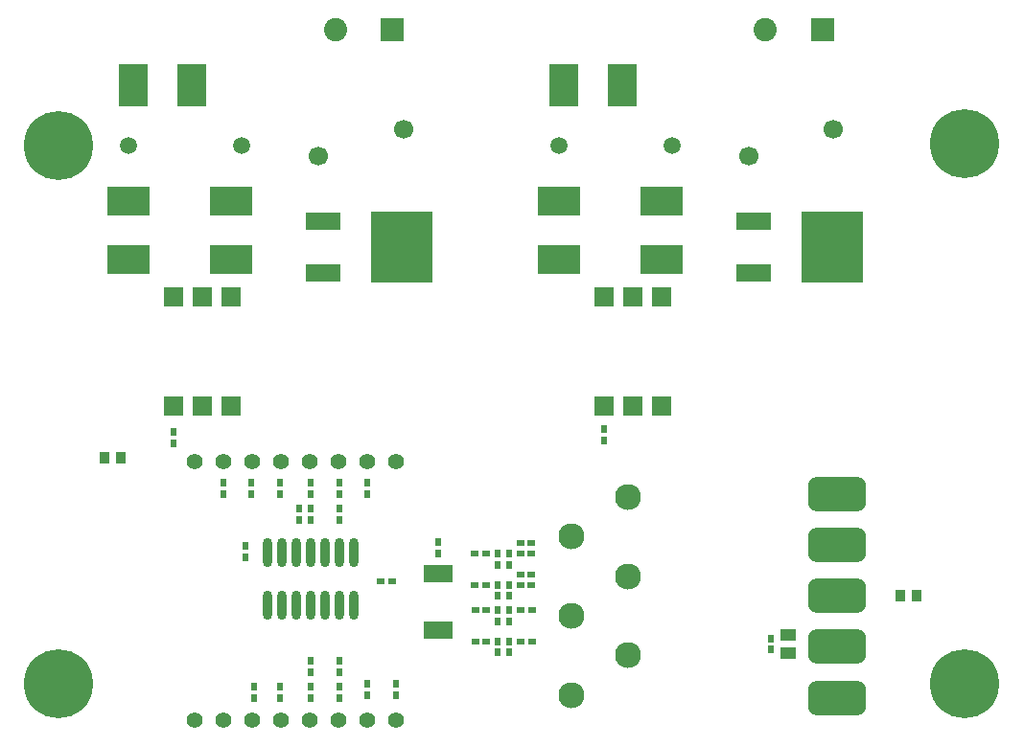
<source format=gts>
G04*
G04 #@! TF.GenerationSoftware,Altium Limited,Altium Designer,20.1.12 (249)*
G04*
G04 Layer_Color=8388736*
%FSLAX44Y44*%
%MOMM*%
G71*
G04*
G04 #@! TF.SameCoordinates,C66115CE-68B5-461B-9334-50AF4D89B24F*
G04*
G04*
G04 #@! TF.FilePolarity,Negative*
G04*
G01*
G75*
%ADD35R,0.7000X0.6000*%
%ADD36R,0.9000X1.0000*%
%ADD37R,3.1000X1.6000*%
%ADD38R,5.5000X6.3000*%
%ADD39O,0.8000X2.6000*%
%ADD40R,0.5000X1.6000*%
G04:AMPARAMS|DCode=41|XSize=3.1mm|YSize=5.1mm|CornerRadius=0.8mm|HoleSize=0mm|Usage=FLASHONLY|Rotation=270.000|XOffset=0mm|YOffset=0mm|HoleType=Round|Shape=RoundedRectangle|*
%AMROUNDEDRECTD41*
21,1,3.1000,3.5000,0,0,270.0*
21,1,1.5000,5.1000,0,0,270.0*
1,1,1.6000,-1.7500,-0.7500*
1,1,1.6000,-1.7500,0.7500*
1,1,1.6000,1.7500,0.7500*
1,1,1.6000,1.7500,-0.7500*
%
%ADD41ROUNDEDRECTD41*%
%ADD42R,0.6000X0.7000*%
%ADD43R,3.8000X2.5500*%
%ADD44R,2.5500X3.8000*%
%ADD45R,1.4000X1.1000*%
%ADD46R,1.8000X1.7500*%
%ADD47C,2.3000*%
%ADD48C,6.1000*%
%ADD49C,2.0500*%
%ADD50R,2.0500X2.0500*%
%ADD51C,1.4000*%
%ADD52C,1.7000*%
%ADD53C,1.5000*%
D35*
X382321Y204242D02*
D03*
X392321D02*
D03*
X382395Y176729D02*
D03*
X392395D02*
D03*
X392432Y167432D02*
D03*
X382432D02*
D03*
X342500Y117500D02*
D03*
X352500D02*
D03*
X392432Y194932D02*
D03*
X382432D02*
D03*
X259432Y170500D02*
D03*
X269432D02*
D03*
X392500Y117500D02*
D03*
X382500D02*
D03*
X342500Y145000D02*
D03*
X352500D02*
D03*
X342432Y167432D02*
D03*
X352432D02*
D03*
X392500Y145000D02*
D03*
X382500D02*
D03*
X342432Y194932D02*
D03*
X352432D02*
D03*
D36*
X15498Y280000D02*
D03*
X29498D02*
D03*
X732002Y157500D02*
D03*
X718002D02*
D03*
D37*
X208250Y488750D02*
D03*
Y442750D02*
D03*
X588250Y488750D02*
D03*
Y442750D02*
D03*
D38*
X277750Y465750D02*
D03*
X657750D02*
D03*
D39*
X159400Y149000D02*
D03*
X184800D02*
D03*
X197500D02*
D03*
X210200D02*
D03*
X222900D02*
D03*
X235600D02*
D03*
X159400Y196000D02*
D03*
X172100D02*
D03*
X184800D02*
D03*
X197500D02*
D03*
X210200D02*
D03*
X222900D02*
D03*
X235600D02*
D03*
X172100Y149000D02*
D03*
D40*
X300000Y127500D02*
D03*
X305000D02*
D03*
X310000D02*
D03*
X315000D02*
D03*
X320000D02*
D03*
X300000Y177500D02*
D03*
X305000D02*
D03*
X310000D02*
D03*
X315000D02*
D03*
X320000D02*
D03*
D41*
X662500Y247500D02*
D03*
Y202500D02*
D03*
Y157500D02*
D03*
Y112500D02*
D03*
Y67500D02*
D03*
D42*
X372432Y184932D02*
D03*
Y194932D02*
D03*
X362500Y107500D02*
D03*
Y117500D02*
D03*
X372432Y157432D02*
D03*
Y167432D02*
D03*
X197500Y67500D02*
D03*
Y77500D02*
D03*
Y247500D02*
D03*
Y257500D02*
D03*
X170000Y247500D02*
D03*
Y257500D02*
D03*
X372500Y135000D02*
D03*
Y145000D02*
D03*
X187500Y225000D02*
D03*
Y235000D02*
D03*
X247500Y247500D02*
D03*
Y257500D02*
D03*
X222500Y67500D02*
D03*
Y77500D02*
D03*
X145000Y247500D02*
D03*
Y257500D02*
D03*
X222500Y247500D02*
D03*
Y257500D02*
D03*
X170000Y67500D02*
D03*
Y77500D02*
D03*
X247500Y70000D02*
D03*
Y80000D02*
D03*
X120000Y247500D02*
D03*
Y257500D02*
D03*
X456100Y295000D02*
D03*
Y305000D02*
D03*
X222500Y235000D02*
D03*
Y225000D02*
D03*
X197500Y100000D02*
D03*
Y90000D02*
D03*
X197500Y235000D02*
D03*
Y225000D02*
D03*
X76100Y292500D02*
D03*
Y302500D02*
D03*
X222500Y100000D02*
D03*
Y90000D02*
D03*
X147500Y67500D02*
D03*
Y77500D02*
D03*
X272500Y70000D02*
D03*
Y80000D02*
D03*
X362432Y194932D02*
D03*
Y184932D02*
D03*
X604000Y110000D02*
D03*
Y120000D02*
D03*
X372500Y117500D02*
D03*
Y107500D02*
D03*
X362500Y145000D02*
D03*
Y135000D02*
D03*
X140040Y201500D02*
D03*
Y191500D02*
D03*
X362432Y167432D02*
D03*
Y157432D02*
D03*
X310000Y195000D02*
D03*
Y205000D02*
D03*
D43*
X127000Y455000D02*
D03*
Y506500D02*
D03*
X36500Y455000D02*
D03*
Y506500D02*
D03*
X507000Y455000D02*
D03*
Y506500D02*
D03*
X416500Y455000D02*
D03*
Y506500D02*
D03*
D44*
X40750Y609000D02*
D03*
X92250D02*
D03*
X420750D02*
D03*
X472250D02*
D03*
D45*
X619000Y123000D02*
D03*
Y107000D02*
D03*
D46*
X456100Y421510D02*
D03*
X481500D02*
D03*
X506900D02*
D03*
Y324990D02*
D03*
X481500D02*
D03*
X456100D02*
D03*
X76100Y421510D02*
D03*
X101500D02*
D03*
X126900D02*
D03*
Y324990D02*
D03*
X101500D02*
D03*
X76100D02*
D03*
D47*
X427500Y70000D02*
D03*
X477500Y105000D02*
D03*
X427500Y140000D02*
D03*
Y210000D02*
D03*
X477500Y245000D02*
D03*
Y175000D02*
D03*
D48*
X775000Y557500D02*
D03*
X-25000Y80000D02*
D03*
X775000D02*
D03*
X-25000Y555750D02*
D03*
D49*
X599002Y658250D02*
D03*
X219002D02*
D03*
D50*
X649002D02*
D03*
X269002D02*
D03*
D51*
X272800Y276100D02*
D03*
X247400D02*
D03*
X222000D02*
D03*
X196600D02*
D03*
X171200D02*
D03*
X145800D02*
D03*
X120400D02*
D03*
X95000D02*
D03*
Y47500D02*
D03*
X120400D02*
D03*
X145800D02*
D03*
X171200D02*
D03*
X196600D02*
D03*
X222000D02*
D03*
X247400D02*
D03*
X272800D02*
D03*
D52*
X279000Y570250D02*
D03*
X204000Y546250D02*
D03*
X584000D02*
D03*
X659000Y570250D02*
D03*
D53*
X416500Y555750D02*
D03*
X516500D02*
D03*
X36500D02*
D03*
X136500D02*
D03*
M02*

</source>
